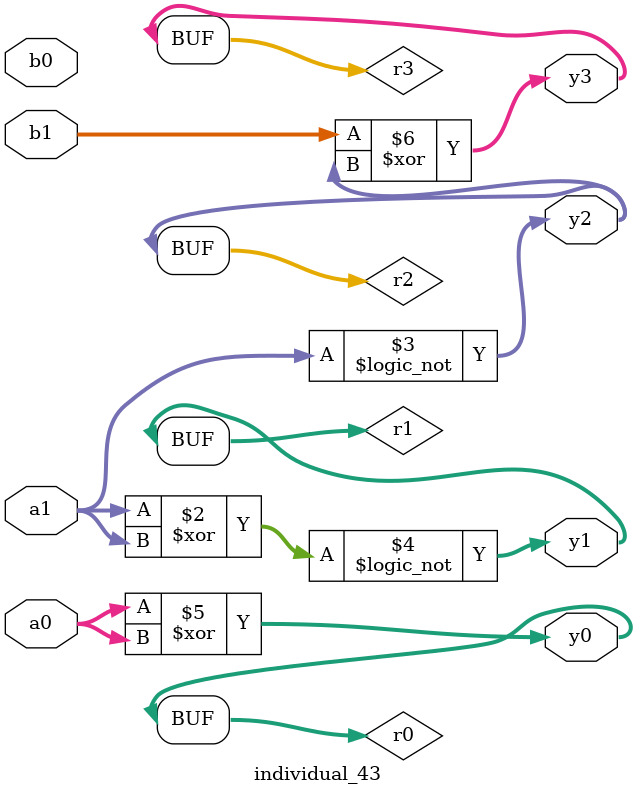
<source format=sv>
module individual_43(input logic [15:0] a1, input logic [15:0] a0, input logic [15:0] b1, input logic [15:0] b0, output logic [15:0] y3, output logic [15:0] y2, output logic [15:0] y1, output logic [15:0] y0);
logic [15:0] r0, r1, r2, r3; 
 always@(*) begin 
	 r0 = a0; r1 = a1; r2 = b0; r3 = b1; 
 	 r1  ^=  a1 ;
 	 r2 = ! a1 ;
 	 r1 = ! r1 ;
 	 r0  ^=  a0 ;
 	 r3  ^=  r2 ;
 	 y3 = r3; y2 = r2; y1 = r1; y0 = r0; 
end
endmodule
</source>
